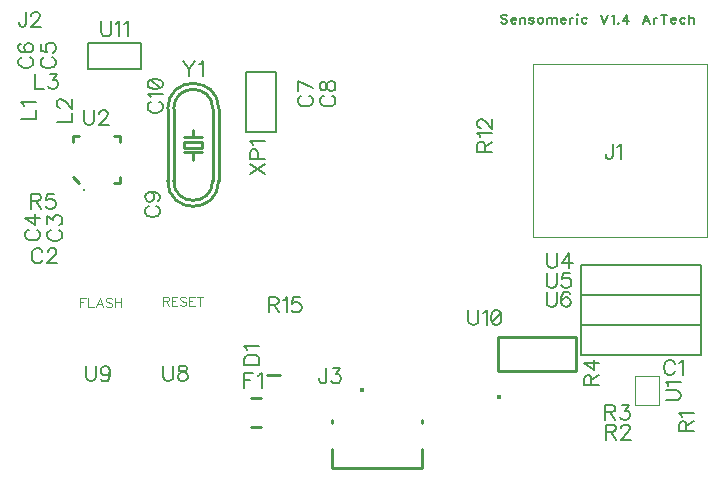
<source format=gto>
G04 DipTrace 3.0.0.1*
G04 ProjectXNew.gto*
%MOMM*%
G04 #@! TF.FileFunction,Legend,Top*
G04 #@! TF.Part,Single*
%ADD10C,0.25*%
%ADD15C,0.2*%
%ADD25C,0.05*%
%ADD32C,0.4005*%
%ADD43C,0.01*%
%ADD45O,0.25063X0.24977*%
%ADD55O,0.39124X0.39194*%
%ADD141C,0.19608*%
%ADD142C,0.11765*%
%ADD143C,0.16667*%
%FSLAX35Y35*%
G04*
G71*
G90*
G75*
G01*
G04 TopSilk*
%LPD*%
X-2342387Y-1048523D2*
D10*
X-2452367D1*
X-2589122Y-1490403D2*
X-2509152D1*
X-2589122Y-1240383D2*
X-2509152D1*
X-199791Y117557D2*
D25*
X1271233D1*
Y1588493D1*
X-199791D1*
Y117557D1*
D32*
X-1654005Y-1174859D3*
X-1903980Y-1427853D2*
D10*
Y-1451857D1*
Y-1669865D2*
Y-1834833D1*
X-1144020D1*
Y-1669865D1*
Y-1427853D2*
Y-1451857D1*
X661461Y-1052113D2*
D43*
X861465D1*
Y-1302113D1*
X661461D1*
Y-1052113D1*
X-4050929Y577367D2*
D10*
X-4100917Y627372D1*
X-3700923Y577367D2*
Y627372D1*
Y577367D2*
X-3750958D1*
X-3700923Y927401D2*
Y977456D1*
X-3750958D1*
X-4100917D2*
X-4050882D1*
X-4100917D2*
Y927401D1*
D45*
X-4001430Y518852D3*
X205437Y-114273D2*
D15*
X1221437D1*
Y-368273D1*
X205437D1*
Y-114273D1*
Y-368300D2*
X1221437D1*
Y-622300D1*
X205437D1*
Y-368300D1*
Y-622327D2*
X1221437D1*
Y-876327D1*
X205437D1*
Y-622327D1*
D55*
X-494273Y-1235690D3*
X-496913Y-1008996D2*
D10*
X163055D1*
X-496913Y-728997D2*
X163055D1*
Y-1008996D2*
Y-728997D1*
X-496913Y-1008996D2*
Y-728997D1*
X-3524653Y1540048D2*
D15*
X-3969153D1*
Y1762298D1*
X-3524653D1*
Y1540048D1*
X-2636513Y1521023D2*
X-2382513D1*
Y1013023D1*
X-2636513D1*
Y1521023D1*
X-2864173Y597002D2*
D10*
Y1206638D1*
X-3295973Y597002D2*
Y1206638D1*
X-2914953Y597002D2*
Y1206638D1*
X-3245194D2*
Y597002D1*
X-3156286Y876410D2*
Y927230D1*
X-3003861D1*
Y876410D1*
X-3156286D1*
Y965345D2*
X-3080073D1*
X-3003861D1*
X-3156286Y838295D2*
X-3080073D1*
X-3003861D1*
X-3080073Y965345D2*
Y1028871D1*
Y838295D2*
Y774769D1*
X-3295973Y597002D2*
G03X-2864173Y597002I215900J18D01*
G01*
Y1206638D2*
G03X-3295973Y1206638I-215900J-18D01*
G01*
X-3245194Y597002D2*
G03X-2914953Y597002I165120J58D01*
G01*
Y1206638D2*
G03X-3245194Y1206638I-165120J-58D01*
G01*
X997622Y-950480D2*
D141*
X991585Y-938407D1*
X979372Y-926193D1*
X967299Y-920157D1*
X943012D1*
X930799Y-926193D1*
X918726Y-938407D1*
X912549Y-950480D1*
X906512Y-968730D1*
Y-999193D1*
X912549Y-1017303D1*
X918726Y-1029516D1*
X930799Y-1041589D1*
X943012Y-1047766D1*
X967299D1*
X979372Y-1041589D1*
X991585Y-1029516D1*
X997622Y-1017303D1*
X1036838Y-944584D2*
X1049051Y-938407D1*
X1067301Y-920297D1*
Y-1047766D1*
X-4356413Y-4530D2*
X-4362449Y7543D1*
X-4374663Y19757D1*
X-4386736Y25793D1*
X-4411023D1*
X-4423236Y19757D1*
X-4435309Y7543D1*
X-4441486Y-4530D1*
X-4447523Y-22780D1*
Y-53243D1*
X-4441486Y-71353D1*
X-4435309Y-83566D1*
X-4423236Y-95639D1*
X-4411023Y-101816D1*
X-4386736D1*
X-4374663Y-95639D1*
X-4362449Y-83566D1*
X-4356413Y-71353D1*
X-4311020Y-4670D2*
Y1366D1*
X-4304984Y13580D1*
X-4298947Y19616D1*
X-4286734Y25653D1*
X-4262447D1*
X-4250374Y19616D1*
X-4244338Y13580D1*
X-4238161Y1366D1*
Y-10707D1*
X-4244338Y-22920D1*
X-4256411Y-41030D1*
X-4317197Y-101816D1*
X-4232124D1*
X-4285487Y182367D2*
X-4297560Y176331D1*
X-4309773Y164117D1*
X-4315810Y152044D1*
Y127758D1*
X-4309773Y115544D1*
X-4297560Y103471D1*
X-4285487Y97294D1*
X-4267237Y91258D1*
X-4236773D1*
X-4218664Y97294D1*
X-4206450Y103471D1*
X-4194377Y115544D1*
X-4188200Y127758D1*
Y152044D1*
X-4194377Y164117D1*
X-4206450Y176331D1*
X-4218664Y182367D1*
X-4315669Y233796D2*
Y300479D1*
X-4267096Y264119D1*
Y282369D1*
X-4261060Y294442D1*
X-4255023Y300479D1*
X-4236773Y306656D1*
X-4224700D1*
X-4206450Y300479D1*
X-4194237Y288406D1*
X-4188200Y270156D1*
Y251906D1*
X-4194237Y233796D1*
X-4200414Y227760D1*
X-4212487Y221583D1*
X-4473377Y183682D2*
X-4485450Y177646D1*
X-4497663Y165432D1*
X-4503700Y153359D1*
Y129073D1*
X-4497663Y116859D1*
X-4485450Y104786D1*
X-4473377Y98609D1*
X-4455127Y92573D1*
X-4424663D1*
X-4406554Y98609D1*
X-4394340Y104786D1*
X-4382267Y116859D1*
X-4376090Y129073D1*
Y153359D1*
X-4382267Y165432D1*
X-4394340Y177646D1*
X-4406554Y183682D1*
X-4376090Y283684D2*
X-4503559Y283685D1*
X-4418627Y222898D1*
Y314008D1*
X-4341387Y1642137D2*
X-4353460Y1636101D1*
X-4365673Y1623887D1*
X-4371710Y1611814D1*
Y1587528D1*
X-4365673Y1575314D1*
X-4353460Y1563241D1*
X-4341387Y1557064D1*
X-4323137Y1551028D1*
X-4292673D1*
X-4274564Y1557064D1*
X-4262350Y1563241D1*
X-4250277Y1575314D1*
X-4244100Y1587528D1*
Y1611814D1*
X-4250277Y1623887D1*
X-4262350Y1636101D1*
X-4274564Y1642137D1*
X-4371569Y1754213D2*
Y1693566D1*
X-4316960Y1687530D1*
X-4322996Y1693566D1*
X-4329173Y1711816D1*
Y1729926D1*
X-4322996Y1748176D1*
X-4310923Y1760389D1*
X-4292673Y1766426D1*
X-4280600D1*
X-4262350Y1760389D1*
X-4250137Y1748176D1*
X-4244100Y1729926D1*
Y1711816D1*
X-4250137Y1693566D1*
X-4256314Y1687530D1*
X-4268387Y1681353D1*
X-4529400Y1645572D2*
X-4541473Y1639536D1*
X-4553687Y1627323D1*
X-4559723Y1615249D1*
Y1590963D1*
X-4553687Y1578749D1*
X-4541473Y1566676D1*
X-4529400Y1560499D1*
X-4511150Y1554463D1*
X-4480687D1*
X-4462577Y1560499D1*
X-4450364Y1566676D1*
X-4438290Y1578749D1*
X-4432114Y1590963D1*
Y1615249D1*
X-4438290Y1627322D1*
X-4450364Y1639536D1*
X-4462577Y1645572D1*
X-4541473Y1757648D2*
X-4553546Y1751611D1*
X-4559583Y1733361D1*
Y1721288D1*
X-4553546Y1703038D1*
X-4535296Y1690825D1*
X-4504973Y1684788D1*
X-4474650D1*
X-4450364Y1690825D1*
X-4438150Y1703038D1*
X-4432114Y1721288D1*
Y1727324D1*
X-4438150Y1745434D1*
X-4450364Y1757648D1*
X-4468614Y1763684D1*
X-4474650D1*
X-4492900Y1757648D1*
X-4504973Y1745434D1*
X-4511010Y1727325D1*
Y1721288D1*
X-4504973Y1703038D1*
X-4492900Y1690825D1*
X-4474650Y1684788D1*
X-2163630Y1318161D2*
X-2175703Y1312124D1*
X-2187917Y1299911D1*
X-2193953Y1287838D1*
Y1263551D1*
X-2187917Y1251338D1*
X-2175703Y1239265D1*
X-2163630Y1233088D1*
X-2145380Y1227051D1*
X-2114917D1*
X-2096807Y1233088D1*
X-2084594Y1239265D1*
X-2072520Y1251338D1*
X-2066344Y1263551D1*
Y1287837D1*
X-2072520Y1299911D1*
X-2084594Y1312124D1*
X-2096807Y1318161D1*
X-2066344Y1381663D2*
X-2193813Y1442449D1*
Y1357376D1*
X-1973827Y1318231D2*
X-1985900Y1312194D1*
X-1998113Y1299981D1*
X-2004150Y1287908D1*
Y1263621D1*
X-1998113Y1251408D1*
X-1985900Y1239335D1*
X-1973827Y1233158D1*
X-1955577Y1227121D1*
X-1925113D1*
X-1907004Y1233158D1*
X-1894790Y1239335D1*
X-1882717Y1251408D1*
X-1876540Y1263621D1*
Y1287908D1*
X-1882717Y1299981D1*
X-1894790Y1312194D1*
X-1907004Y1318231D1*
X-2004009Y1387770D2*
X-1997973Y1369660D1*
X-1985900Y1363483D1*
X-1973686D1*
X-1961613Y1369660D1*
X-1955436Y1381733D1*
X-1949400Y1406019D1*
X-1943363Y1424269D1*
X-1931150Y1436343D1*
X-1919077Y1442379D1*
X-1900827D1*
X-1888754Y1436342D1*
X-1882577Y1430306D1*
X-1876540Y1412056D1*
Y1387769D1*
X-1882577Y1369660D1*
X-1888754Y1363483D1*
X-1900827Y1357446D1*
X-1919077D1*
X-1931150Y1363483D1*
X-1943363Y1375696D1*
X-1949400Y1393806D1*
X-1955436Y1418093D1*
X-1961613Y1430306D1*
X-1973686Y1436343D1*
X-1985900D1*
X-1997973Y1430306D1*
X-2004009Y1412056D1*
Y1387770D1*
X-3457603Y382076D2*
X-3469676Y376039D1*
X-3481890Y363826D1*
X-3487927Y351753D1*
Y327466D1*
X-3481890Y315253D1*
X-3469677Y303180D1*
X-3457604Y297003D1*
X-3439354Y290966D1*
X-3408890D1*
X-3390780Y297003D1*
X-3378567Y303180D1*
X-3366494Y315253D1*
X-3360317Y327466D1*
Y351752D1*
X-3366494Y363825D1*
X-3378567Y376039D1*
X-3390780Y382076D1*
X-3445390Y500328D2*
X-3427140Y494151D1*
X-3414926Y482078D1*
X-3408890Y463828D1*
Y457791D1*
X-3414926Y439541D1*
X-3427140Y427468D1*
X-3445390Y421291D1*
X-3451426D1*
X-3469676Y427468D1*
X-3481750Y439541D1*
X-3487786Y457791D1*
Y463828D1*
X-3481750Y482078D1*
X-3469676Y494151D1*
X-3445390Y500328D1*
X-3414926D1*
X-3384603Y494151D1*
X-3366353Y482078D1*
X-3360317Y463828D1*
Y451755D1*
X-3366353Y433505D1*
X-3378567Y427468D1*
X-3434937Y1266184D2*
X-3447010Y1260148D1*
X-3459223Y1247934D1*
X-3465260Y1235861D1*
Y1211575D1*
X-3459223Y1199361D1*
X-3447010Y1187288D1*
X-3434937Y1181111D1*
X-3416687Y1175075D1*
X-3386223D1*
X-3368114Y1181111D1*
X-3355900Y1187288D1*
X-3343827Y1199361D1*
X-3337650Y1211575D1*
Y1235861D1*
X-3343827Y1247934D1*
X-3355900Y1260148D1*
X-3368114Y1266184D1*
X-3440833Y1305400D2*
X-3447010Y1317614D1*
X-3465119Y1335864D1*
X-3337650Y1335863D1*
X-3465119Y1411579D2*
X-3459083Y1393329D1*
X-3440833Y1381116D1*
X-3410510Y1375079D1*
X-3392260D1*
X-3361937Y1381116D1*
X-3343687Y1393329D1*
X-3337650Y1411579D1*
Y1423652D1*
X-3343687Y1441902D1*
X-3361937Y1453975D1*
X-3392260Y1460152D1*
X-3410510D1*
X-3440833Y1453975D1*
X-3459083Y1441902D1*
X-3465119Y1423652D1*
Y1411579D1*
X-3440833Y1453975D2*
X-3361937Y1381116D1*
X-2648363Y-958542D2*
X-2520754D1*
X-2520753Y-916006D1*
X-2526930Y-897756D1*
X-2539003Y-885543D1*
X-2551217Y-879506D1*
X-2569327Y-873470D1*
X-2599790Y-873469D1*
X-2618040Y-879506D1*
X-2630113Y-885543D1*
X-2642327Y-897756D1*
X-2648363Y-916006D1*
Y-958542D1*
X-2623936Y-834254D2*
X-2630113Y-822040D1*
X-2648223Y-803790D1*
X-2520754Y-803791D1*
X-2570021Y-1030740D2*
X-2649058D1*
Y-1158350D1*
Y-1091527D2*
X-2600485D1*
X-2530806Y-1055167D2*
X-2518592Y-1048990D1*
X-2500342Y-1030880D1*
Y-1158350D1*
X471787Y909173D2*
Y812027D1*
X465750Y793777D1*
X459574Y787741D1*
X447500Y781564D1*
X435287D1*
X423214Y787741D1*
X417177Y793777D1*
X411000Y812027D1*
Y824100D1*
X511003Y884746D2*
X523216Y890923D1*
X541466Y909033D1*
Y781564D1*
X-4495141Y2026883D2*
Y1929737D1*
X-4501178Y1911487D1*
X-4507355Y1905451D1*
X-4519428Y1899274D1*
X-4531641D1*
X-4543714Y1905451D1*
X-4549751Y1911487D1*
X-4555928Y1929737D1*
Y1941810D1*
X-4449749Y1996420D2*
Y2002456D1*
X-4443712Y2014670D1*
X-4437675Y2020706D1*
X-4425462Y2026743D1*
X-4401175D1*
X-4389102Y2020706D1*
X-4383066Y2014670D1*
X-4376889Y2002456D1*
Y1990383D1*
X-4383066Y1978170D1*
X-4395139Y1960060D1*
X-4455925Y1899274D1*
X-4370852D1*
X-1951751Y-990847D2*
Y-1087993D1*
X-1957788Y-1106243D1*
X-1963965Y-1112279D1*
X-1976038Y-1118456D1*
X-1988251D1*
X-2000324Y-1112279D1*
X-2006361Y-1106243D1*
X-2012538Y-1087993D1*
Y-1075920D1*
X-1900322Y-990987D2*
X-1833639D1*
X-1869999Y-1039560D1*
X-1851749D1*
X-1839676Y-1045597D1*
X-1833639Y-1051633D1*
X-1827462Y-1069883D1*
Y-1081956D1*
X-1833639Y-1100206D1*
X-1845712Y-1112420D1*
X-1863962Y-1118456D1*
X-1882212D1*
X-1900322Y-1112420D1*
X-1906359Y-1106243D1*
X-1912535Y-1094170D1*
X-4537907Y1120198D2*
X-4410297D1*
Y1193057D1*
X-4513480Y1232273D2*
X-4519656Y1244486D1*
X-4537766Y1262736D1*
X-4410297D1*
X-4235320Y1096093D2*
X-4107710D1*
Y1168952D1*
X-4204856Y1214345D2*
X-4210893D1*
X-4223106Y1220381D1*
X-4229143Y1226418D1*
X-4235179Y1238631D1*
Y1262918D1*
X-4229143Y1274991D1*
X-4223106Y1281028D1*
X-4210893Y1287204D1*
X-4198820D1*
X-4186606Y1281028D1*
X-4168497Y1268954D1*
X-4107710Y1208168D1*
Y1293241D1*
X-4420024Y1501713D2*
Y1374104D1*
X-4347165D1*
X-4295735Y1501573D2*
X-4229053D1*
X-4265412Y1453000D1*
X-4247162D1*
X-4235089Y1446963D1*
X-4229053Y1440927D1*
X-4222876Y1422677D1*
Y1410604D1*
X-4229053Y1392354D1*
X-4241126Y1380140D1*
X-4259376Y1374104D1*
X-4277626D1*
X-4295735Y1380140D1*
X-4301772Y1386317D1*
X-4307949Y1398390D1*
X1095130Y-1525386D2*
Y-1470776D1*
X1088953Y-1452526D1*
X1082917Y-1446349D1*
X1070844Y-1440313D1*
X1058630D1*
X1046557Y-1446349D1*
X1040380Y-1452526D1*
X1034343Y-1470776D1*
Y-1525386D1*
X1161953D1*
X1095130Y-1482849D2*
X1161953Y-1440313D1*
X1058770Y-1401097D2*
X1052594Y-1388884D1*
X1034484Y-1370634D1*
X1161953D1*
X415226Y-1527170D2*
X469835D1*
X488085Y-1520993D1*
X494262Y-1514956D1*
X500299Y-1502883D1*
Y-1490670D1*
X494262Y-1478597D1*
X488085Y-1472420D1*
X469835Y-1466383D1*
X415226D1*
Y-1593993D1*
X457762Y-1527170D2*
X500299Y-1593993D1*
X545691Y-1496847D2*
Y-1490810D1*
X551728Y-1478597D1*
X557765Y-1472560D1*
X569978Y-1466524D1*
X594265D1*
X606338Y-1472560D1*
X612374Y-1478597D1*
X618551Y-1490810D1*
Y-1502883D1*
X612374Y-1515097D1*
X600301Y-1533206D1*
X539515Y-1593993D1*
X624588D1*
X409892Y-1361737D2*
X464502D1*
X482752Y-1355560D1*
X488929Y-1349523D1*
X494965Y-1337450D1*
Y-1325237D1*
X488929Y-1313164D1*
X482752Y-1306987D1*
X464502Y-1300950D1*
X409892D1*
Y-1428560D1*
X452429Y-1361737D2*
X494965Y-1428560D1*
X546395Y-1301090D2*
X613077D1*
X576718Y-1349664D1*
X594968D1*
X607041Y-1355700D1*
X613077Y-1361737D1*
X619254Y-1379987D1*
Y-1392060D1*
X613077Y-1410310D1*
X601004Y-1422523D1*
X582754Y-1428560D1*
X564504D1*
X546395Y-1422523D1*
X540358Y-1416346D1*
X534181Y-1404273D1*
X291800Y-1132699D2*
Y-1078089D1*
X285623Y-1059839D1*
X279587Y-1053662D1*
X267514Y-1047626D1*
X255300D1*
X243227Y-1053662D1*
X237050Y-1059839D1*
X231013Y-1078089D1*
Y-1132699D1*
X358623D1*
X291800Y-1090162D2*
X358623Y-1047626D1*
Y-947624D2*
X231154D1*
X316087Y-1008410D1*
Y-917301D1*
X-4453394Y426627D2*
X-4398785D1*
X-4380535Y432804D1*
X-4374358Y438840D1*
X-4368321Y450913D1*
Y463127D1*
X-4374358Y475200D1*
X-4380535Y481377D1*
X-4398785Y487413D1*
X-4453394D1*
Y359804D1*
X-4410858Y426627D2*
X-4368321Y359804D1*
X-4256246Y487273D2*
X-4316892D1*
X-4322929Y432663D1*
X-4316892Y438700D1*
X-4298642Y444877D1*
X-4280532D1*
X-4262282Y438700D1*
X-4250069Y426627D1*
X-4244032Y408377D1*
Y396304D1*
X-4250069Y378054D1*
X-4262282Y365840D1*
X-4280532Y359804D1*
X-4298642D1*
X-4316892Y365840D1*
X-4322929Y372017D1*
X-4329105Y384090D1*
X-612993Y844573D2*
Y899183D1*
X-619170Y917433D1*
X-625207Y923610D1*
X-637280Y929646D1*
X-649493D1*
X-661566Y923610D1*
X-667743Y917433D1*
X-673780Y899183D1*
Y844573D1*
X-546170D1*
X-612993Y887110D2*
X-546170Y929646D1*
X-649353Y968862D2*
X-655530Y981075D1*
X-673639Y999325D1*
X-546170D1*
X-643316Y1044718D2*
X-649353D1*
X-661566Y1050754D1*
X-667603Y1056791D1*
X-673639Y1069004D1*
Y1093291D1*
X-667603Y1105364D1*
X-661566Y1111400D1*
X-649353Y1117577D1*
X-637280D1*
X-625066Y1111400D1*
X-606957Y1099327D1*
X-546170Y1038541D1*
Y1123614D1*
X-2441377Y-450743D2*
X-2386768D1*
X-2368518Y-444566D1*
X-2362341Y-438530D1*
X-2356304Y-426457D1*
Y-414243D1*
X-2362341Y-402170D1*
X-2368518Y-395993D1*
X-2386768Y-389957D1*
X-2441377D1*
Y-517566D1*
X-2398841Y-450743D2*
X-2356304Y-517566D1*
X-2317088Y-414384D2*
X-2304875Y-408207D1*
X-2286625Y-390097D1*
Y-517566D1*
X-2174550Y-390097D2*
X-2235196D1*
X-2241232Y-444707D1*
X-2235196Y-438670D1*
X-2216946Y-432493D1*
X-2198836D1*
X-2180586Y-438670D1*
X-2168373Y-450743D1*
X-2162336Y-468993D1*
Y-481066D1*
X-2168373Y-499316D1*
X-2180586Y-511530D1*
X-2198836Y-517566D1*
X-2216946D1*
X-2235196Y-511530D1*
X-2241232Y-505353D1*
X-2247409Y-493280D1*
X919143Y-1262822D2*
X1010253D1*
X1028503Y-1256786D1*
X1040576Y-1244572D1*
X1046753Y-1226323D1*
Y-1214250D1*
X1040576Y-1196000D1*
X1028503Y-1183786D1*
X1010253Y-1177750D1*
X919144Y-1177749D1*
X943570Y-1138534D2*
X937394Y-1126320D1*
X919284Y-1108070D1*
X1046753Y-1108071D1*
X-4005601Y1195923D2*
Y1104814D1*
X-3999564Y1086564D1*
X-3987351Y1074491D1*
X-3969101Y1068314D1*
X-3957028D1*
X-3938778Y1074491D1*
X-3926564Y1086564D1*
X-3920528Y1104814D1*
Y1195923D1*
X-3875135Y1165460D2*
Y1171496D1*
X-3869099Y1183710D1*
X-3863062Y1189746D1*
X-3850849Y1195783D1*
X-3826562D1*
X-3814489Y1189746D1*
X-3808453Y1183710D1*
X-3802276Y1171496D1*
Y1159423D1*
X-3808453Y1147210D1*
X-3820526Y1129100D1*
X-3881312Y1068314D1*
X-3796239D1*
X-82596Y-14620D2*
Y-105730D1*
X-76559Y-123980D1*
X-64346Y-136053D1*
X-46096Y-142230D1*
X-34023D1*
X-15773Y-136053D1*
X-3559Y-123980D1*
X2477Y-105730D1*
Y-14620D1*
X102479Y-142230D2*
Y-14760D1*
X41693Y-99693D1*
X132803D1*
X-86911Y-180647D2*
Y-271756D1*
X-80874Y-290006D1*
X-68661Y-302079D1*
X-50411Y-308256D1*
X-38338D1*
X-20088Y-302079D1*
X-7874Y-290006D1*
X-1838Y-271756D1*
Y-180647D1*
X110237Y-180787D2*
X49591D1*
X43555Y-235397D1*
X49591Y-229360D1*
X67841Y-223183D1*
X85951D1*
X104201Y-229360D1*
X116414Y-241433D1*
X122451Y-259683D1*
Y-271756D1*
X116414Y-290006D1*
X104201Y-302220D1*
X85951Y-308256D1*
X67841D1*
X49591Y-302220D1*
X43555Y-296043D1*
X37378Y-283970D1*
X-86489Y-341673D2*
Y-432783D1*
X-80453Y-451033D1*
X-68239Y-463106D1*
X-49989Y-469283D1*
X-37916D1*
X-19666Y-463106D1*
X-7453Y-451033D1*
X-1416Y-432783D1*
Y-341673D1*
X110659Y-359923D2*
X104623Y-347850D1*
X86373Y-341814D1*
X74300D1*
X56050Y-347850D1*
X43836Y-366100D1*
X37800Y-396423D1*
Y-426746D1*
X43836Y-451033D1*
X56050Y-463246D1*
X74300Y-469283D1*
X80336D1*
X98446Y-463246D1*
X110659Y-451033D1*
X116696Y-432783D1*
Y-426746D1*
X110659Y-408496D1*
X98446Y-396423D1*
X80336Y-390387D1*
X74300D1*
X56050Y-396423D1*
X43836Y-408496D1*
X37800Y-426746D1*
X-3334091Y-967797D2*
Y-1058906D1*
X-3328054Y-1077156D1*
X-3315841Y-1089229D1*
X-3297591Y-1095406D1*
X-3285518D1*
X-3267268Y-1089229D1*
X-3255054Y-1077156D1*
X-3249018Y-1058906D1*
Y-967797D1*
X-3179479Y-967937D2*
X-3197589Y-973974D1*
X-3203765Y-986047D1*
Y-998260D1*
X-3197589Y-1010333D1*
X-3185515Y-1016510D1*
X-3161229Y-1022547D1*
X-3142979Y-1028583D1*
X-3130906Y-1040797D1*
X-3124869Y-1052870D1*
Y-1071120D1*
X-3130906Y-1083193D1*
X-3136942Y-1089370D1*
X-3155192Y-1095406D1*
X-3179479D1*
X-3197589Y-1089370D1*
X-3203765Y-1083193D1*
X-3209802Y-1071120D1*
Y-1052870D1*
X-3203765Y-1040797D1*
X-3191552Y-1028583D1*
X-3173442Y-1022547D1*
X-3149156Y-1016510D1*
X-3136942Y-1010333D1*
X-3130906Y-998260D1*
Y-986047D1*
X-3136942Y-973974D1*
X-3155192Y-967937D1*
X-3179479D1*
X-3988719Y-972073D2*
Y-1063183D1*
X-3982683Y-1081433D1*
X-3970469Y-1093506D1*
X-3952219Y-1099683D1*
X-3940146D1*
X-3921896Y-1093506D1*
X-3909683Y-1081433D1*
X-3903646Y-1063183D1*
Y-972073D1*
X-3785394Y-1014610D2*
X-3791571Y-1032860D1*
X-3803644Y-1045073D1*
X-3821894Y-1051110D1*
X-3827931D1*
X-3846181Y-1045073D1*
X-3858254Y-1032860D1*
X-3864431Y-1014610D1*
Y-1008573D1*
X-3858254Y-990323D1*
X-3846181Y-978250D1*
X-3827931Y-972214D1*
X-3821894D1*
X-3803644Y-978250D1*
X-3791571Y-990323D1*
X-3785394Y-1014610D1*
Y-1045073D1*
X-3791571Y-1075396D1*
X-3803644Y-1093646D1*
X-3821894Y-1099683D1*
X-3833967D1*
X-3852217Y-1093646D1*
X-3858254Y-1081433D1*
X-749910Y-497510D2*
Y-588620D1*
X-743874Y-606870D1*
X-731660Y-618943D1*
X-713410Y-625120D1*
X-701337D1*
X-683087Y-618943D1*
X-670874Y-606870D1*
X-664837Y-588620D1*
Y-497510D1*
X-625622Y-521937D2*
X-613408Y-515760D1*
X-595158Y-497650D1*
Y-625120D1*
X-519443Y-497650D2*
X-537693Y-503687D1*
X-549906Y-521937D1*
X-555943Y-552260D1*
Y-570510D1*
X-549906Y-600833D1*
X-537693Y-619083D1*
X-519443Y-625120D1*
X-507370D1*
X-489120Y-619083D1*
X-477046Y-600833D1*
X-470870Y-570510D1*
Y-552260D1*
X-477046Y-521937D1*
X-489120Y-503687D1*
X-507370Y-497650D1*
X-519443D1*
X-477046Y-521937D2*
X-549906Y-600833D1*
X-3859119Y1948285D2*
Y1857175D1*
X-3853082Y1838925D1*
X-3840869Y1826852D1*
X-3822619Y1820675D1*
X-3810546D1*
X-3792296Y1826852D1*
X-3780082Y1838925D1*
X-3774046Y1857175D1*
Y1948285D1*
X-3734830Y1923858D2*
X-3722617Y1930035D1*
X-3704367Y1948145D1*
Y1820675D1*
X-3665151Y1923858D2*
X-3652938Y1930035D1*
X-3634688Y1948145D1*
Y1820675D1*
X-2598833Y655837D2*
X-2471224Y740909D1*
X-2598833Y740910D2*
X-2471224Y655837D1*
X-2532010Y780125D2*
Y834875D1*
X-2538047Y852985D1*
X-2544224Y859162D1*
X-2556297Y865198D1*
X-2574547D1*
X-2586620Y859162D1*
X-2592797Y852985D1*
X-2598833Y834875D1*
Y780125D1*
X-2471224D1*
X-2574406Y904414D2*
X-2580583Y916627D1*
X-2598693Y934877D1*
X-2471224D1*
X-3163486Y1608507D2*
X-3114913Y1547720D1*
Y1480897D1*
X-3066340Y1608507D2*
X-3114913Y1547720D1*
X-3027124Y1584080D2*
X-3014911Y1590257D1*
X-2996661Y1608366D1*
Y1480897D1*
X-3990578Y-395629D2*
D142*
X-4038000D1*
Y-472195D1*
Y-432101D2*
X-4008856D1*
X-3967049Y-395629D2*
Y-472195D1*
X-3923333D1*
X-3841432D2*
X-3870660Y-395629D1*
X-3899803Y-472195D1*
X-3888853Y-446673D2*
X-3852382D1*
X-3766858Y-406579D2*
X-3774102Y-399251D1*
X-3785052Y-395629D1*
X-3799624D1*
X-3810574Y-399251D1*
X-3817902Y-406579D1*
Y-413823D1*
X-3814196Y-421151D1*
X-3810574Y-424773D1*
X-3803330Y-428395D1*
X-3781430Y-435723D1*
X-3774102Y-439345D1*
X-3770480Y-443051D1*
X-3766858Y-450295D1*
Y-461245D1*
X-3774102Y-468489D1*
X-3785052Y-472195D1*
X-3799624D1*
X-3810574Y-468489D1*
X-3817902Y-461245D1*
X-3743329Y-395629D2*
Y-472195D1*
X-3692285Y-395629D2*
Y-472195D1*
X-3743329Y-432101D2*
X-3692285D1*
X-3335667Y-422101D2*
X-3302901D1*
X-3291951Y-418395D1*
X-3288245Y-414773D1*
X-3284623Y-407529D1*
Y-400201D1*
X-3288245Y-392957D1*
X-3291951Y-389251D1*
X-3302901Y-385629D1*
X-3335667D1*
Y-462195D1*
X-3310145Y-422101D2*
X-3284623Y-462195D1*
X-3213756Y-385629D2*
X-3261093D1*
Y-462195D1*
X-3213756D1*
X-3261093Y-422101D2*
X-3231950D1*
X-3139182Y-396579D2*
X-3146426Y-389251D1*
X-3157376Y-385629D1*
X-3171948D1*
X-3182898Y-389251D1*
X-3190226Y-396579D1*
Y-403823D1*
X-3186520Y-411151D1*
X-3182898Y-414773D1*
X-3175654Y-418395D1*
X-3153754Y-425723D1*
X-3146426Y-429345D1*
X-3142804Y-433051D1*
X-3139182Y-440295D1*
Y-451245D1*
X-3146426Y-458489D1*
X-3157376Y-462195D1*
X-3171948D1*
X-3182898Y-458489D1*
X-3190226Y-451245D1*
X-3068315Y-385629D2*
X-3115653D1*
Y-462195D1*
X-3068315D1*
X-3115653Y-422101D2*
X-3086509D1*
X-3019264Y-385629D2*
Y-462195D1*
X-3044786Y-385629D2*
X-2993742D1*
X-421505Y1992970D2*
D143*
X-428749Y2000298D1*
X-439699Y2003920D1*
X-454271D1*
X-465221Y2000298D1*
X-472549Y1992970D1*
Y1985726D1*
X-468843Y1978398D1*
X-465221Y1974776D1*
X-457977Y1971154D1*
X-436077Y1963826D1*
X-428749Y1960204D1*
X-425127Y1956498D1*
X-421505Y1949254D1*
Y1938304D1*
X-428749Y1931060D1*
X-439699Y1927354D1*
X-454271D1*
X-465221Y1931060D1*
X-472549Y1938304D1*
X-388172Y1956498D2*
X-344456D1*
Y1963826D1*
X-348078Y1971154D1*
X-351700Y1974776D1*
X-359028Y1978398D1*
X-369978D1*
X-377222Y1974776D1*
X-384550Y1967448D1*
X-388172Y1956498D1*
Y1949254D1*
X-384550Y1938304D1*
X-377222Y1931060D1*
X-369978Y1927354D1*
X-359028D1*
X-351700Y1931060D1*
X-344456Y1938304D1*
X-311123Y1978398D2*
Y1927354D1*
Y1963826D2*
X-300173Y1974776D1*
X-292845Y1978398D1*
X-281979D1*
X-274651Y1974776D1*
X-271029Y1963826D1*
Y1927354D1*
X-197602Y1967448D2*
X-201224Y1974776D1*
X-212174Y1978398D1*
X-223124D1*
X-234074Y1974776D1*
X-237696Y1967448D1*
X-234074Y1960204D1*
X-226746Y1956498D1*
X-208552Y1952876D1*
X-201224Y1949254D1*
X-197602Y1941926D1*
Y1938304D1*
X-201224Y1931060D1*
X-212174Y1927354D1*
X-223124D1*
X-234074Y1931060D1*
X-237696Y1938304D1*
X-146075Y1978398D2*
X-153318Y1974776D1*
X-160646Y1967448D1*
X-164268Y1956498D1*
Y1949254D1*
X-160646Y1938304D1*
X-153318Y1931060D1*
X-146075Y1927354D1*
X-135125D1*
X-127796Y1931060D1*
X-120553Y1938304D1*
X-116846Y1949254D1*
Y1956498D1*
X-120553Y1967448D1*
X-127796Y1974776D1*
X-135125Y1978398D1*
X-146075D1*
X-83513D2*
Y1927354D1*
Y1963826D2*
X-72563Y1974776D1*
X-65235Y1978398D1*
X-54369D1*
X-47041Y1974776D1*
X-43419Y1963826D1*
Y1927354D1*
Y1963826D2*
X-32469Y1974776D1*
X-25141Y1978398D1*
X-14275D1*
X-6947Y1974776D1*
X-3241Y1963826D1*
Y1927354D1*
X30092Y1956498D2*
X73808D1*
Y1963826D1*
X70186Y1971154D1*
X66564Y1974776D1*
X59236Y1978398D1*
X48286D1*
X41042Y1974776D1*
X33714Y1967448D1*
X30092Y1956498D1*
Y1949254D1*
X33714Y1938304D1*
X41042Y1931060D1*
X48286Y1927354D1*
X59236D1*
X66564Y1931060D1*
X73808Y1938304D1*
X107141Y1978398D2*
Y1927354D1*
Y1956498D2*
X110847Y1967448D1*
X118091Y1974776D1*
X125419Y1978398D1*
X136369D1*
X169703Y2003920D2*
X173325Y2000298D1*
X177031Y2003920D1*
X173325Y2007626D1*
X169703Y2003920D1*
X173325Y1978398D2*
Y1927354D1*
X254164Y1967448D2*
X246836Y1974776D1*
X239508Y1978398D1*
X228642D1*
X221314Y1974776D1*
X214070Y1967448D1*
X210364Y1956498D1*
Y1949254D1*
X214070Y1938304D1*
X221314Y1931060D1*
X228642Y1927354D1*
X239508D1*
X246836Y1931060D1*
X254164Y1938304D1*
X371369Y2003920D2*
X400513Y1927354D1*
X429657Y2003920D1*
X462990Y1989264D2*
X470318Y1992970D1*
X481268Y2003835D1*
Y1927354D1*
X518224Y1934682D2*
X514602Y1930976D1*
X518224Y1927354D1*
X521930Y1930976D1*
X518224Y1934682D1*
X591735Y1927354D2*
Y2003835D1*
X555263Y1952876D1*
X609929D1*
X785506Y1927354D2*
X756278Y2003920D1*
X727134Y1927354D1*
X738084Y1952876D2*
X774556D1*
X818839Y1978398D2*
Y1927354D1*
Y1956498D2*
X822545Y1967448D1*
X829789Y1974776D1*
X837117Y1978398D1*
X848067D1*
X906923Y2003920D2*
Y1927354D1*
X881401Y2003920D2*
X932444D1*
X965778Y1956498D2*
X1009494D1*
Y1963826D1*
X1005872Y1971154D1*
X1002250Y1974776D1*
X994922Y1978398D1*
X983972D1*
X976728Y1974776D1*
X969400Y1967448D1*
X965778Y1956498D1*
Y1949254D1*
X969400Y1938304D1*
X976728Y1931060D1*
X983972Y1927354D1*
X994922D1*
X1002250Y1931060D1*
X1009494Y1938304D1*
X1086627Y1967448D2*
X1079299Y1974776D1*
X1071971Y1978398D1*
X1061105D1*
X1053777Y1974776D1*
X1046533Y1967448D1*
X1042827Y1956498D1*
Y1949254D1*
X1046533Y1938304D1*
X1053777Y1931060D1*
X1061105Y1927354D1*
X1071971D1*
X1079299Y1931060D1*
X1086627Y1938304D1*
X1119960Y2003920D2*
Y1927354D1*
Y1963826D2*
X1130910Y1974776D1*
X1138238Y1978398D1*
X1149188D1*
X1156432Y1974776D1*
X1160054Y1963826D1*
Y1927354D1*
M02*

</source>
